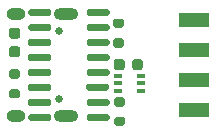
<source format=gbs>
G04 #@! TF.GenerationSoftware,KiCad,Pcbnew,5.1.9+dfsg1-1+deb11u1*
G04 #@! TF.CreationDate,2023-05-12T23:20:57+02:00*
G04 #@! TF.ProjectId,base,62617365-2e6b-4696-9361-645f70636258,rev?*
G04 #@! TF.SameCoordinates,Original*
G04 #@! TF.FileFunction,Soldermask,Bot*
G04 #@! TF.FilePolarity,Negative*
%FSLAX46Y46*%
G04 Gerber Fmt 4.6, Leading zero omitted, Abs format (unit mm)*
G04 Created by KiCad (PCBNEW 5.1.9+dfsg1-1+deb11u1) date 2023-05-12 23:20:57*
%MOMM*%
%LPD*%
G01*
G04 APERTURE LIST*
%ADD10R,2.500000X1.250000*%
%ADD11O,1.600000X1.000000*%
%ADD12C,0.650000*%
%ADD13O,2.100000X1.000000*%
%ADD14R,0.650000X0.400000*%
G04 APERTURE END LIST*
G36*
G01*
X7975000Y-3525000D02*
X7425000Y-3525000D01*
G75*
G02*
X7225000Y-3325000I0J200000D01*
G01*
X7225000Y-2925000D01*
G75*
G02*
X7425000Y-2725000I200000J0D01*
G01*
X7975000Y-2725000D01*
G75*
G02*
X8175000Y-2925000I0J-200000D01*
G01*
X8175000Y-3325000D01*
G75*
G02*
X7975000Y-3525000I-200000J0D01*
G01*
G37*
G36*
G01*
X7975000Y-5175000D02*
X7425000Y-5175000D01*
G75*
G02*
X7225000Y-4975000I0J200000D01*
G01*
X7225000Y-4575000D01*
G75*
G02*
X7425000Y-4375000I200000J0D01*
G01*
X7975000Y-4375000D01*
G75*
G02*
X8175000Y-4575000I0J-200000D01*
G01*
X8175000Y-4975000D01*
G75*
G02*
X7975000Y-5175000I-200000J0D01*
G01*
G37*
G36*
G01*
X8115000Y280000D02*
X8115000Y-220000D01*
G75*
G02*
X7890000Y-445000I-225000J0D01*
G01*
X7440000Y-445000D01*
G75*
G02*
X7215000Y-220000I0J225000D01*
G01*
X7215000Y280000D01*
G75*
G02*
X7440000Y505000I225000J0D01*
G01*
X7890000Y505000D01*
G75*
G02*
X8115000Y280000I0J-225000D01*
G01*
G37*
G36*
G01*
X9665000Y280000D02*
X9665000Y-220000D01*
G75*
G02*
X9440000Y-445000I-225000J0D01*
G01*
X8990000Y-445000D01*
G75*
G02*
X8765000Y-220000I0J225000D01*
G01*
X8765000Y280000D01*
G75*
G02*
X8990000Y505000I225000J0D01*
G01*
X9440000Y505000D01*
G75*
G02*
X9665000Y280000I0J-225000D01*
G01*
G37*
G36*
G01*
X7325000Y3915000D02*
X7875000Y3915000D01*
G75*
G02*
X8075000Y3715000I0J-200000D01*
G01*
X8075000Y3315000D01*
G75*
G02*
X7875000Y3115000I-200000J0D01*
G01*
X7325000Y3115000D01*
G75*
G02*
X7125000Y3315000I0J200000D01*
G01*
X7125000Y3715000D01*
G75*
G02*
X7325000Y3915000I200000J0D01*
G01*
G37*
G36*
G01*
X7325000Y2265000D02*
X7875000Y2265000D01*
G75*
G02*
X8075000Y2065000I0J-200000D01*
G01*
X8075000Y1665000D01*
G75*
G02*
X7875000Y1465000I-200000J0D01*
G01*
X7325000Y1465000D01*
G75*
G02*
X7125000Y1665000I0J200000D01*
G01*
X7125000Y2065000D01*
G75*
G02*
X7325000Y2265000I200000J0D01*
G01*
G37*
D10*
X14000000Y-3810000D03*
X14000000Y-1270000D03*
X14000000Y1270000D03*
X14000000Y3810000D03*
D11*
X-1050000Y-4320000D03*
D12*
X2600000Y-2890000D03*
D11*
X-1050000Y4320000D03*
D12*
X2600000Y2890000D03*
D13*
X3130000Y4320000D03*
X3130000Y-4320000D03*
G36*
G01*
X6850000Y4595000D02*
X6850000Y4295000D01*
G75*
G02*
X6700000Y4145000I-150000J0D01*
G01*
X5050000Y4145000D01*
G75*
G02*
X4900000Y4295000I0J150000D01*
G01*
X4900000Y4595000D01*
G75*
G02*
X5050000Y4745000I150000J0D01*
G01*
X6700000Y4745000D01*
G75*
G02*
X6850000Y4595000I0J-150000D01*
G01*
G37*
G36*
G01*
X6850000Y3325000D02*
X6850000Y3025000D01*
G75*
G02*
X6700000Y2875000I-150000J0D01*
G01*
X5050000Y2875000D01*
G75*
G02*
X4900000Y3025000I0J150000D01*
G01*
X4900000Y3325000D01*
G75*
G02*
X5050000Y3475000I150000J0D01*
G01*
X6700000Y3475000D01*
G75*
G02*
X6850000Y3325000I0J-150000D01*
G01*
G37*
G36*
G01*
X6850000Y2055000D02*
X6850000Y1755000D01*
G75*
G02*
X6700000Y1605000I-150000J0D01*
G01*
X5050000Y1605000D01*
G75*
G02*
X4900000Y1755000I0J150000D01*
G01*
X4900000Y2055000D01*
G75*
G02*
X5050000Y2205000I150000J0D01*
G01*
X6700000Y2205000D01*
G75*
G02*
X6850000Y2055000I0J-150000D01*
G01*
G37*
G36*
G01*
X6850000Y785000D02*
X6850000Y485000D01*
G75*
G02*
X6700000Y335000I-150000J0D01*
G01*
X5050000Y335000D01*
G75*
G02*
X4900000Y485000I0J150000D01*
G01*
X4900000Y785000D01*
G75*
G02*
X5050000Y935000I150000J0D01*
G01*
X6700000Y935000D01*
G75*
G02*
X6850000Y785000I0J-150000D01*
G01*
G37*
G36*
G01*
X6850000Y-485000D02*
X6850000Y-785000D01*
G75*
G02*
X6700000Y-935000I-150000J0D01*
G01*
X5050000Y-935000D01*
G75*
G02*
X4900000Y-785000I0J150000D01*
G01*
X4900000Y-485000D01*
G75*
G02*
X5050000Y-335000I150000J0D01*
G01*
X6700000Y-335000D01*
G75*
G02*
X6850000Y-485000I0J-150000D01*
G01*
G37*
G36*
G01*
X6775000Y-1755000D02*
X6775000Y-2055000D01*
G75*
G02*
X6625000Y-2205000I-150000J0D01*
G01*
X5025000Y-2205000D01*
G75*
G02*
X4875000Y-2055000I0J150000D01*
G01*
X4875000Y-1755000D01*
G75*
G02*
X5025000Y-1605000I150000J0D01*
G01*
X6625000Y-1605000D01*
G75*
G02*
X6775000Y-1755000I0J-150000D01*
G01*
G37*
G36*
G01*
X6850000Y-3025000D02*
X6850000Y-3325000D01*
G75*
G02*
X6700000Y-3475000I-150000J0D01*
G01*
X5050000Y-3475000D01*
G75*
G02*
X4900000Y-3325000I0J150000D01*
G01*
X4900000Y-3025000D01*
G75*
G02*
X5050000Y-2875000I150000J0D01*
G01*
X6700000Y-2875000D01*
G75*
G02*
X6850000Y-3025000I0J-150000D01*
G01*
G37*
G36*
G01*
X6850000Y-4295000D02*
X6850000Y-4595000D01*
G75*
G02*
X6700000Y-4745000I-150000J0D01*
G01*
X5050000Y-4745000D01*
G75*
G02*
X4900000Y-4595000I0J150000D01*
G01*
X4900000Y-4295000D01*
G75*
G02*
X5050000Y-4145000I150000J0D01*
G01*
X6700000Y-4145000D01*
G75*
G02*
X6850000Y-4295000I0J-150000D01*
G01*
G37*
G36*
G01*
X1875000Y-4295000D02*
X1875000Y-4595000D01*
G75*
G02*
X1725000Y-4745000I-150000J0D01*
G01*
X125000Y-4745000D01*
G75*
G02*
X-25000Y-4595000I0J150000D01*
G01*
X-25000Y-4295000D01*
G75*
G02*
X125000Y-4145000I150000J0D01*
G01*
X1725000Y-4145000D01*
G75*
G02*
X1875000Y-4295000I0J-150000D01*
G01*
G37*
G36*
G01*
X1900000Y-3025000D02*
X1900000Y-3325000D01*
G75*
G02*
X1750000Y-3475000I-150000J0D01*
G01*
X100000Y-3475000D01*
G75*
G02*
X-50000Y-3325000I0J150000D01*
G01*
X-50000Y-3025000D01*
G75*
G02*
X100000Y-2875000I150000J0D01*
G01*
X1750000Y-2875000D01*
G75*
G02*
X1900000Y-3025000I0J-150000D01*
G01*
G37*
G36*
G01*
X1900000Y-1755000D02*
X1900000Y-2055000D01*
G75*
G02*
X1750000Y-2205000I-150000J0D01*
G01*
X100000Y-2205000D01*
G75*
G02*
X-50000Y-2055000I0J150000D01*
G01*
X-50000Y-1755000D01*
G75*
G02*
X100000Y-1605000I150000J0D01*
G01*
X1750000Y-1605000D01*
G75*
G02*
X1900000Y-1755000I0J-150000D01*
G01*
G37*
G36*
G01*
X1900000Y-485000D02*
X1900000Y-785000D01*
G75*
G02*
X1750000Y-935000I-150000J0D01*
G01*
X100000Y-935000D01*
G75*
G02*
X-50000Y-785000I0J150000D01*
G01*
X-50000Y-485000D01*
G75*
G02*
X100000Y-335000I150000J0D01*
G01*
X1750000Y-335000D01*
G75*
G02*
X1900000Y-485000I0J-150000D01*
G01*
G37*
G36*
G01*
X1900000Y785000D02*
X1900000Y485000D01*
G75*
G02*
X1750000Y335000I-150000J0D01*
G01*
X100000Y335000D01*
G75*
G02*
X-50000Y485000I0J150000D01*
G01*
X-50000Y785000D01*
G75*
G02*
X100000Y935000I150000J0D01*
G01*
X1750000Y935000D01*
G75*
G02*
X1900000Y785000I0J-150000D01*
G01*
G37*
G36*
G01*
X1900000Y2055000D02*
X1900000Y1755000D01*
G75*
G02*
X1750000Y1605000I-150000J0D01*
G01*
X100000Y1605000D01*
G75*
G02*
X-50000Y1755000I0J150000D01*
G01*
X-50000Y2055000D01*
G75*
G02*
X100000Y2205000I150000J0D01*
G01*
X1750000Y2205000D01*
G75*
G02*
X1900000Y2055000I0J-150000D01*
G01*
G37*
G36*
G01*
X1875000Y3325000D02*
X1875000Y3025000D01*
G75*
G02*
X1725000Y2875000I-150000J0D01*
G01*
X125000Y2875000D01*
G75*
G02*
X-25000Y3025000I0J150000D01*
G01*
X-25000Y3325000D01*
G75*
G02*
X125000Y3475000I150000J0D01*
G01*
X1725000Y3475000D01*
G75*
G02*
X1875000Y3325000I0J-150000D01*
G01*
G37*
G36*
G01*
X1875000Y4595000D02*
X1875000Y4295000D01*
G75*
G02*
X1725000Y4145000I-150000J0D01*
G01*
X125000Y4145000D01*
G75*
G02*
X-25000Y4295000I0J150000D01*
G01*
X-25000Y4595000D01*
G75*
G02*
X125000Y4745000I150000J0D01*
G01*
X1725000Y4745000D01*
G75*
G02*
X1875000Y4595000I0J-150000D01*
G01*
G37*
D14*
X7600000Y-2200000D03*
X7600000Y-900000D03*
X9500000Y-1550000D03*
X7600000Y-1550000D03*
X9500000Y-900000D03*
X9500000Y-2200000D03*
G36*
G01*
X-925000Y-2825000D02*
X-1475000Y-2825000D01*
G75*
G02*
X-1675000Y-2625000I0J200000D01*
G01*
X-1675000Y-2225000D01*
G75*
G02*
X-1475000Y-2025000I200000J0D01*
G01*
X-925000Y-2025000D01*
G75*
G02*
X-725000Y-2225000I0J-200000D01*
G01*
X-725000Y-2625000D01*
G75*
G02*
X-925000Y-2825000I-200000J0D01*
G01*
G37*
G36*
G01*
X-925000Y-1175000D02*
X-1475000Y-1175000D01*
G75*
G02*
X-1675000Y-975000I0J200000D01*
G01*
X-1675000Y-575000D01*
G75*
G02*
X-1475000Y-375000I200000J0D01*
G01*
X-925000Y-375000D01*
G75*
G02*
X-725000Y-575000I0J-200000D01*
G01*
X-725000Y-975000D01*
G75*
G02*
X-925000Y-1175000I-200000J0D01*
G01*
G37*
G36*
G01*
X-1450000Y3125000D02*
X-950000Y3125000D01*
G75*
G02*
X-725000Y2900000I0J-225000D01*
G01*
X-725000Y2450000D01*
G75*
G02*
X-950000Y2225000I-225000J0D01*
G01*
X-1450000Y2225000D01*
G75*
G02*
X-1675000Y2450000I0J225000D01*
G01*
X-1675000Y2900000D01*
G75*
G02*
X-1450000Y3125000I225000J0D01*
G01*
G37*
G36*
G01*
X-1450000Y1575000D02*
X-950000Y1575000D01*
G75*
G02*
X-725000Y1350000I0J-225000D01*
G01*
X-725000Y900000D01*
G75*
G02*
X-950000Y675000I-225000J0D01*
G01*
X-1450000Y675000D01*
G75*
G02*
X-1675000Y900000I0J225000D01*
G01*
X-1675000Y1350000D01*
G75*
G02*
X-1450000Y1575000I225000J0D01*
G01*
G37*
M02*

</source>
